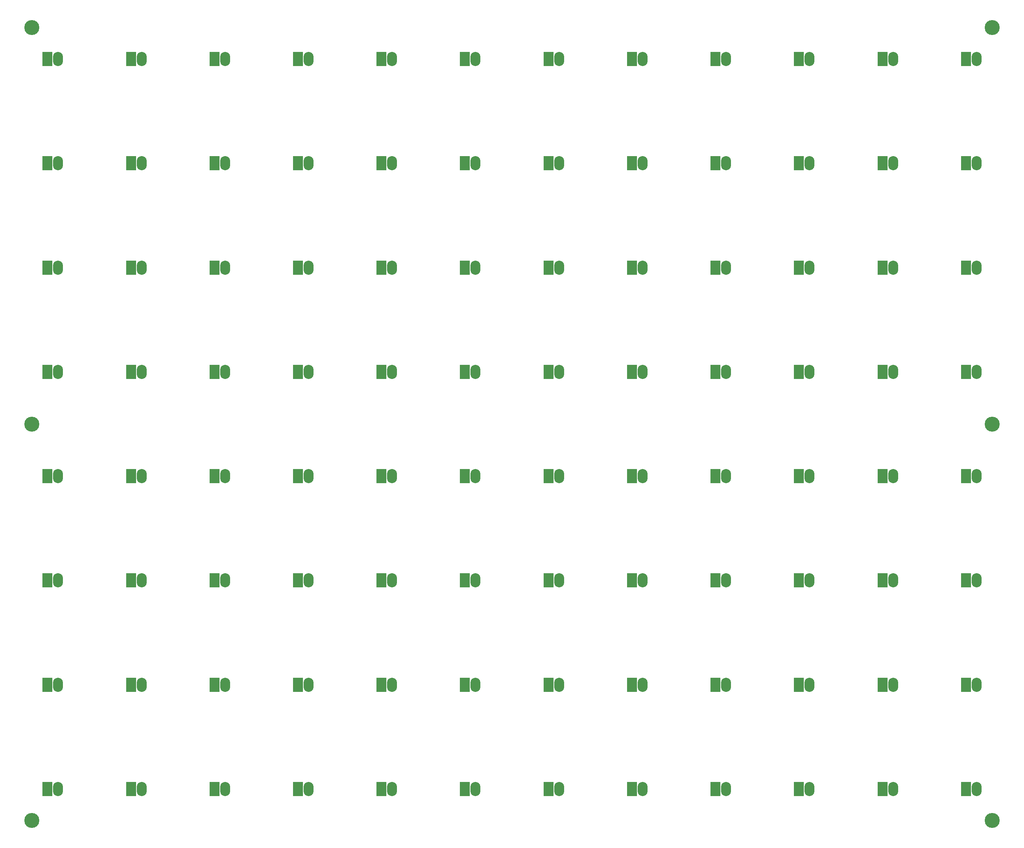
<source format=gts>
G04 #@! TF.FileFunction,Soldermask,Top*
%FSLAX46Y46*%
G04 Gerber Fmt 4.6, Leading zero omitted, Abs format (unit mm)*
G04 Created by KiCad (PCBNEW 4.0.7-e2-6376~58~ubuntu17.04.1) date Sun Oct 22 18:17:48 2017*
%MOMM*%
%LPD*%
G01*
G04 APERTURE LIST*
%ADD10C,0.100000*%
%ADD11R,2.400000X3.400000*%
%ADD12O,2.400000X3.400000*%
%ADD13C,3.600000*%
G04 APERTURE END LIST*
D10*
D11*
X23730000Y-27500000D03*
D12*
X26270000Y-27500000D03*
D11*
X43730000Y-27500000D03*
D12*
X46270000Y-27500000D03*
D11*
X63730000Y-27500000D03*
D12*
X66270000Y-27500000D03*
D11*
X83730000Y-27500000D03*
D12*
X86270000Y-27500000D03*
D11*
X103730000Y-27500000D03*
D12*
X106270000Y-27500000D03*
D11*
X123730000Y-27500000D03*
D12*
X126270000Y-27500000D03*
D11*
X143730000Y-27500000D03*
D12*
X146270000Y-27500000D03*
D11*
X163730000Y-27500000D03*
D12*
X166270000Y-27500000D03*
D11*
X23730000Y-52500000D03*
D12*
X26270000Y-52500000D03*
D11*
X43730000Y-52500000D03*
D12*
X46270000Y-52500000D03*
D11*
X63730000Y-52500000D03*
D12*
X66270000Y-52500000D03*
D11*
X83730000Y-52500000D03*
D12*
X86270000Y-52500000D03*
D11*
X103730000Y-52500000D03*
D12*
X106270000Y-52500000D03*
D11*
X123730000Y-52500000D03*
D12*
X126270000Y-52500000D03*
D11*
X143730000Y-52500000D03*
D12*
X146270000Y-52500000D03*
D11*
X163730000Y-52500000D03*
D12*
X166270000Y-52500000D03*
D11*
X23730000Y-77500000D03*
D12*
X26270000Y-77500000D03*
D11*
X43730000Y-77500000D03*
D12*
X46270000Y-77500000D03*
D11*
X63730000Y-77500000D03*
D12*
X66270000Y-77500000D03*
D11*
X83730000Y-77500000D03*
D12*
X86270000Y-77500000D03*
D11*
X103730000Y-77500000D03*
D12*
X106270000Y-77500000D03*
D11*
X123730000Y-77500000D03*
D12*
X126270000Y-77500000D03*
D11*
X143730000Y-77500000D03*
D12*
X146270000Y-77500000D03*
D11*
X163730000Y-77500000D03*
D12*
X166270000Y-77500000D03*
D11*
X23730000Y-102500000D03*
D12*
X26270000Y-102500000D03*
D11*
X43730000Y-102500000D03*
D12*
X46270000Y-102500000D03*
D11*
X63730000Y-102500000D03*
D12*
X66270000Y-102500000D03*
D11*
X83730000Y-102500000D03*
D12*
X86270000Y-102500000D03*
D11*
X103730000Y-102500000D03*
D12*
X106270000Y-102500000D03*
D11*
X123730000Y-102500000D03*
D12*
X126270000Y-102500000D03*
D11*
X143730000Y-102500000D03*
D12*
X146270000Y-102500000D03*
D11*
X163730000Y-102500000D03*
D12*
X166270000Y-102500000D03*
D11*
X23730000Y-127500000D03*
D12*
X26270000Y-127500000D03*
D11*
X43730000Y-127500000D03*
D12*
X46270000Y-127500000D03*
D11*
X63730000Y-127500000D03*
D12*
X66270000Y-127500000D03*
D11*
X83730000Y-127500000D03*
D12*
X86270000Y-127500000D03*
D11*
X103730000Y-127500000D03*
D12*
X106270000Y-127500000D03*
D11*
X123730000Y-127500000D03*
D12*
X126270000Y-127500000D03*
D11*
X143730000Y-127500000D03*
D12*
X146270000Y-127500000D03*
D11*
X163730000Y-127500000D03*
D12*
X166270000Y-127500000D03*
D11*
X23730000Y-152500000D03*
D12*
X26270000Y-152500000D03*
D11*
X43730000Y-152500000D03*
D12*
X46270000Y-152500000D03*
D11*
X63730000Y-152500000D03*
D12*
X66270000Y-152500000D03*
D11*
X83730000Y-152500000D03*
D12*
X86270000Y-152500000D03*
D11*
X103730000Y-152500000D03*
D12*
X106270000Y-152500000D03*
D11*
X123730000Y-152500000D03*
D12*
X126270000Y-152500000D03*
D11*
X143730000Y-152500000D03*
D12*
X146270000Y-152500000D03*
D11*
X163730000Y-152500000D03*
D12*
X166270000Y-152500000D03*
D11*
X23730000Y-177500000D03*
D12*
X26270000Y-177500000D03*
D11*
X43730000Y-177500000D03*
D12*
X46270000Y-177500000D03*
D11*
X63730000Y-177500000D03*
D12*
X66270000Y-177500000D03*
D11*
X83730000Y-177500000D03*
D12*
X86270000Y-177500000D03*
D11*
X103730000Y-177500000D03*
D12*
X106270000Y-177500000D03*
D11*
X123730000Y-177500000D03*
D12*
X126270000Y-177500000D03*
D11*
X143730000Y-177500000D03*
D12*
X146270000Y-177500000D03*
D11*
X163730000Y-177500000D03*
D12*
X166270000Y-177500000D03*
D11*
X23730000Y-202500000D03*
D12*
X26270000Y-202500000D03*
D11*
X43730000Y-202500000D03*
D12*
X46270000Y-202500000D03*
D11*
X63730000Y-202500000D03*
D12*
X66270000Y-202500000D03*
D11*
X83730000Y-202500000D03*
D12*
X86270000Y-202500000D03*
D11*
X103730000Y-202500000D03*
D12*
X106270000Y-202500000D03*
D11*
X123730000Y-202500000D03*
D12*
X126270000Y-202500000D03*
D11*
X143730000Y-202500000D03*
D12*
X146270000Y-202500000D03*
D11*
X163730000Y-202500000D03*
D12*
X166270000Y-202500000D03*
D11*
X183730000Y-27500000D03*
D12*
X186270000Y-27500000D03*
D11*
X203730000Y-27500000D03*
D12*
X206270000Y-27500000D03*
D11*
X223730000Y-27500000D03*
D12*
X226270000Y-27500000D03*
D11*
X243730000Y-27500000D03*
D12*
X246270000Y-27500000D03*
D11*
X183730000Y-52500000D03*
D12*
X186270000Y-52500000D03*
D11*
X203730000Y-52500000D03*
D12*
X206270000Y-52500000D03*
D11*
X223730000Y-52500000D03*
D12*
X226270000Y-52500000D03*
D11*
X243730000Y-52500000D03*
D12*
X246270000Y-52500000D03*
D11*
X183730000Y-77500000D03*
D12*
X186270000Y-77500000D03*
D11*
X203730000Y-77500000D03*
D12*
X206270000Y-77500000D03*
D11*
X223730000Y-77500000D03*
D12*
X226270000Y-77500000D03*
D11*
X243730000Y-77500000D03*
D12*
X246270000Y-77500000D03*
D11*
X183730000Y-102500000D03*
D12*
X186270000Y-102500000D03*
D11*
X203730000Y-102500000D03*
D12*
X206270000Y-102500000D03*
D11*
X223730000Y-102500000D03*
D12*
X226270000Y-102500000D03*
D11*
X243730000Y-102500000D03*
D12*
X246270000Y-102500000D03*
D11*
X183730000Y-127500000D03*
D12*
X186270000Y-127500000D03*
D11*
X203730000Y-127500000D03*
D12*
X206270000Y-127500000D03*
D11*
X223730000Y-127500000D03*
D12*
X226270000Y-127500000D03*
D11*
X243730000Y-127500000D03*
D12*
X246270000Y-127500000D03*
D11*
X183730000Y-152500000D03*
D12*
X186270000Y-152500000D03*
D11*
X203730000Y-152500000D03*
D12*
X206270000Y-152500000D03*
D11*
X223730000Y-152500000D03*
D12*
X226270000Y-152500000D03*
D11*
X243730000Y-152500000D03*
D12*
X246270000Y-152500000D03*
D11*
X183730000Y-177500000D03*
D12*
X186270000Y-177500000D03*
D11*
X203730000Y-177500000D03*
D12*
X206270000Y-177500000D03*
D11*
X223730000Y-177500000D03*
D12*
X226270000Y-177500000D03*
D11*
X243730000Y-177500000D03*
D12*
X246270000Y-177500000D03*
D11*
X183730000Y-202500000D03*
D12*
X186270000Y-202500000D03*
D11*
X203730000Y-202500000D03*
D12*
X206270000Y-202500000D03*
D11*
X223730000Y-202500000D03*
D12*
X226270000Y-202500000D03*
D11*
X243730000Y-202500000D03*
D12*
X246270000Y-202500000D03*
D13*
X250000000Y-20000000D03*
X250000000Y-210000000D03*
X20000000Y-210000000D03*
X20000000Y-20000000D03*
X250000000Y-115000000D03*
X20000000Y-115000000D03*
M02*

</source>
